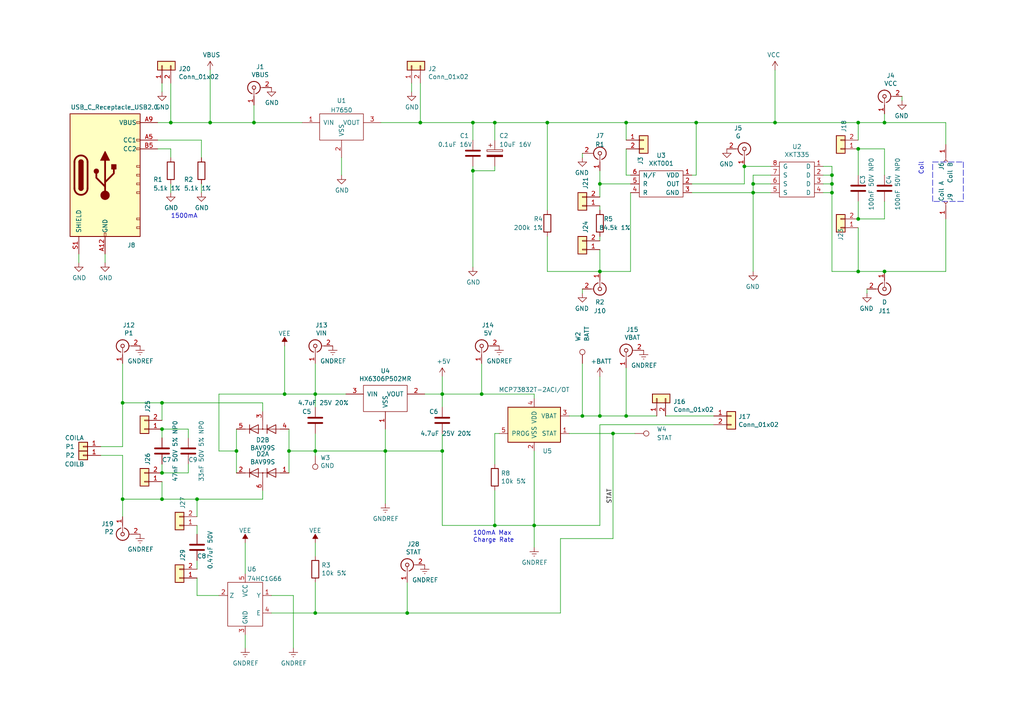
<source format=kicad_sch>
(kicad_sch (version 20211123) (generator eeschema)
  (paper "A4")
  (lib_symbols
    (symbol "Connector:Conn_01x01_Female" (pin_names (offset 1.016) hide)
      (property "Reference" "J" (at 0 2.54 0))
      (property "Value" "Conn_01x01_Female" (at 0 -2.54 0))
      (symbol "Conn_01x01_Female_1_1"
        (pin passive line (at -5.08 0 0) (length 3.81) (name "Pin_1") (number "1"))
      )
    )
    (symbol "Connector:Conn_Coaxial" (pin_names (offset 1.016) hide)
      (property "Reference" "J" (at 0.254 3.048 0))
      (property "Value" "Conn_Coaxial" (at 2.921 0 90))
      (symbol "Conn_Coaxial_1_1"
        (pin passive line (at -5.08 0 0) (length 2.54) (name "In") (number "1"))
        (pin passive line (at 0 -5.08 90) (length 2.54) (name "Ext") (number "2"))
      )
    )
    (symbol "Connector_Generic:Conn_01x01" (pin_names (offset 1.016) hide)
      (property "Reference" "J" (at 0 2.54 0))
      (property "Value" "Conn_01x01" (at 0 -2.54 0))
      (symbol "Conn_01x01_1_1"
        (pin passive line (at -5.08 0 0) (length 3.81) (name "Pin_1") (number "1"))
      )
    )
    (symbol "Connector_Generic:Conn_01x02" (pin_names (offset 1.016) hide)
      (property "Reference" "J" (at 0 2.54 0))
      (property "Value" "Conn_01x02" (at 0 -5.08 0))
      (symbol "Conn_01x02_1_1"
        (pin passive line (at -5.08 0 0) (length 3.81) (name "Pin_1") (number "1"))
        (pin passive line (at -5.08 -2.54 0) (length 3.81) (name "Pin_2") (number "2"))
      )
    )
    (symbol "Device:C" (pin_numbers hide) (pin_names (offset 0.254))
      (property "Reference" "C" (at 0.635 2.54 0))
      (property "Value" "C" (at 0.635 -2.54 0))
      (symbol "C_1_1"
        (pin passive line (at 0 3.81 270) (length 2.794) (name "~") (number "1"))
        (pin passive line (at 0 -3.81 90) (length 2.794) (name "~") (number "2"))
      )
    )
    (symbol "Device:CP" (pin_numbers hide) (pin_names (offset 0.254))
      (property "Reference" "C" (at 0.635 2.54 0))
      (property "Value" "Device_CP" (at 0.635 -2.54 0))
      (symbol "CP_1_1"
        (pin passive line (at 0 3.81 270) (length 2.794) (name "~") (number "1"))
        (pin passive line (at 0 -3.81 90) (length 2.794) (name "~") (number "2"))
      )
    )
    (symbol "Device:R" (pin_numbers hide) (pin_names (offset 0))
      (property "Reference" "R" (at 2.032 0 90))
      (property "Value" "R" (at 0 0 90))
      (symbol "R_1_1"
        (pin passive line (at 0 3.81 270) (length 1.27) (name "~") (number "1"))
        (pin passive line (at 0 -3.81 90) (length 1.27) (name "~") (number "2"))
      )
    )
    (symbol "Pixels-dice:74HC1G66"
      (property "Reference" "U" (at -3.81 -7.62 0))
      (property "Value" "74HC1G66" (at 6.35 -7.62 0))
      (symbol "74HC1G66_1_1"
        (pin bidirectional line (at -7.62 2.54 0) (length 2.54) (name "Y") (number "1"))
        (pin bidirectional line (at 7.62 2.54 180) (length 2.54) (name "Z") (number "2"))
        (pin power_in line (at 0 -8.89 90) (length 2.54) (name "GND") (number "3"))
        (pin input line (at -7.62 -2.54 0) (length 2.54) (name "E") (number "4"))
        (pin power_in line (at 0 8.89 270) (length 2.54) (name "VCC") (number "5"))
      )
    )
    (symbol "Pixels-dice:BAV99S-diode" (pin_names (offset 0.0254) hide)
      (property "Reference" "D" (at 0 2.54 0))
      (property "Value" "BAV99S-diode" (at 0 5.08 0))
      (symbol "BAV99S-diode_1_1"
        (pin passive line (at -7.62 0 0) (length 2.54) (name "A1") (number "1"))
        (pin passive line (at 7.62 0 180) (length 2.54) (name "K2") (number "2"))
        (pin passive line (at 0 -5.08 90) (length 2.54) (name "K3A4") (number "6"))
      )
      (symbol "BAV99S-diode_2_1"
        (pin passive line (at 0 -5.08 90) (length 2.54) (name "K1A2") (number "3"))
        (pin passive line (at -7.62 0 0) (length 2.54) (name "A3") (number "4"))
        (pin passive line (at 7.62 0 180) (length 2.54) (name "K4") (number "5"))
      )
    )
    (symbol "Pixels-dice:H7650" (pin_names (offset 1.016))
      (property "Reference" "U" (at 3.81 -6.35 0))
      (property "Value" "H7650" (at 0 3.81 0))
      (symbol "H7650_1_1"
        (pin power_in line (at -11.43 0 0) (length 5.08) (name "VIN") (number "1"))
        (pin power_in line (at 0 -10.16 90) (length 5.08) (name "VSS") (number "2"))
        (pin power_out line (at 11.43 0 180) (length 5.08) (name "VOUT") (number "3"))
      )
    )
    (symbol "Pixels-dice:HX6306P502MR" (pin_names (offset 1.016))
      (property "Reference" "U" (at 3.81 -6.35 0))
      (property "Value" "HX6306P502MR" (at 0 3.81 0))
      (symbol "HX6306P502MR_1_1"
        (pin power_in line (at 0 -10.16 90) (length 5.08) (name "VSS") (number "1"))
        (pin power_out line (at 11.43 0 180) (length 5.08) (name "VOUT") (number "2"))
        (pin power_in line (at -11.43 0 0) (length 5.08) (name "VIN") (number "3"))
      )
    )
    (symbol "Pixels-dice:MCP73831-2-OT-battery_management" (pin_names (offset 1.016))
      (property "Reference" "U" (at -7.62 6.35 0))
      (property "Value" "MCP73831-2-OT-battery_management" (at 1.27 6.35 0))
      (symbol "MCP73831-2-OT-battery_management_1_1"
        (pin output line (at 10.16 -2.54 180) (length 2.54) (name "STAT") (number "1"))
        (pin power_in line (at 0 -7.62 90) (length 2.54) (name "VSS") (number "2"))
        (pin power_out line (at 10.16 2.54 180) (length 2.54) (name "VBAT") (number "3"))
        (pin power_in line (at 0 7.62 270) (length 2.54) (name "VDD") (number "4"))
        (pin input line (at -10.16 -2.54 0) (length 2.54) (name "PROG") (number "5"))
      )
    )
    (symbol "Pixels-dice:TEST_1P-conn" (pin_numbers hide) (pin_names (offset 0.762) hide)
      (property "Reference" "W" (at 0 6.858 0))
      (property "Value" "TEST_1P-conn" (at 0 5.08 0))
      (symbol "TEST_1P-conn_1_1"
        (pin passive line (at 0 0 90) (length 2.54) (name "1") (number "1"))
      )
    )
    (symbol "Pixels-dice:USB_C_Receptacle_USB2.0" (pin_names (offset 1.016))
      (property "Reference" "J" (at -10.16 19.05 0))
      (property "Value" "USB_C_Receptacle_USB2.0" (at 19.05 19.05 0))
      (symbol "USB_C_Receptacle_USB2.0_1_1"
        (pin passive line (at 0 -22.86 90) (length 5.08) (name "GND") (number "A12"))
        (pin bidirectional line (at 15.24 10.16 180) (length 5.08) (name "CC1") (number "A5"))
        (pin passive line (at 15.24 15.24 180) (length 5.08) (name "VBUS") (number "A9"))
        (pin passive line (at 0 -22.86 90) (length 5.08) hide (name "GND") (number "B12"))
        (pin bidirectional line (at 15.24 7.62 180) (length 5.08) (name "CC2") (number "B5"))
        (pin passive line (at 15.24 15.24 180) (length 5.08) hide (name "VBUS") (number "B9"))
        (pin passive line (at -7.62 -22.86 90) (length 5.08) (name "SHIELD") (number "S1"))
      )
    )
    (symbol "Pixels-dice:XKT001" (pin_names (offset 1.016))
      (property "Reference" "U" (at 0 5.08 0))
      (property "Value" "XKT001" (at 0 -5.08 0))
      (symbol "XKT001_1_1"
        (pin power_in line (at -8.89 2.54 0) (length 2.54) (name "VDD") (number "1"))
        (pin output line (at -8.89 0 0) (length 2.54) (name "OUT") (number "2"))
        (pin power_in line (at -8.89 -2.54 0) (length 2.54) (name "GND") (number "3"))
        (pin passive line (at 8.89 -2.54 180) (length 2.54) (name "R") (number "4"))
        (pin passive line (at 8.89 0 180) (length 2.54) (name "R") (number "5"))
        (pin input line (at 8.89 2.54 180) (length 2.54) (name "N/F") (number "6"))
      )
    )
    (symbol "Pixels-dice:XKT335" (pin_names (offset 1.016))
      (property "Reference" "U" (at 0 6.35 0))
      (property "Value" "XKT335" (at 0 -6.35 0))
      (symbol "XKT335_1_1"
        (pin input line (at -7.62 3.81 0) (length 2.54) (name "D") (number "1"))
        (pin input line (at -7.62 1.27 0) (length 2.54) (name "D") (number "2"))
        (pin input line (at -7.62 -1.27 0) (length 2.54) (name "D") (number "3"))
        (pin input line (at -7.62 -3.81 0) (length 2.54) (name "D") (number "4"))
        (pin input line (at 7.62 -3.81 180) (length 2.54) (name "S") (number "5"))
        (pin input line (at 7.62 -1.27 180) (length 2.54) (name "S") (number "6"))
        (pin input line (at 7.62 1.27 180) (length 2.54) (name "S") (number "7"))
        (pin input line (at 7.62 3.81 180) (length 2.54) (name "G") (number "8"))
      )
    )
    (symbol "power:+5V" (power) (pin_names (offset 0))
      (property "Value" "+5V" (at 0 3.556 0))
      (symbol "+5V_1_1"
        (pin power_in line (at 0 0 90) (length 0) hide (name "+5V") (number "1"))
      )
    )
    (symbol "power:+BATT" (power) (pin_names (offset 0))
      (property "Value" "+BATT" (at 0 3.556 0))
      (symbol "+BATT_1_1"
        (pin power_in line (at 0 0 90) (length 0) hide (name "+BATT") (number "1"))
      )
    )
    (symbol "power:GND" (power) (pin_names (offset 0))
      (property "Value" "GND" (at 0 -3.81 0))
      (symbol "GND_1_1"
        (pin power_in line (at 0 0 270) (length 0) hide (name "GND") (number "1"))
      )
    )
    (symbol "power:GNDREF" (power) (pin_names (offset 0))
      (property "Value" "GNDREF" (at 0 -3.81 0))
      (symbol "GNDREF_1_1"
        (pin power_in line (at 0 0 270) (length 0) hide (name "GNDREF") (number "1"))
      )
    )
    (symbol "power:VBUS" (power) (pin_names (offset 0))
      (property "Value" "VBUS" (at 0 3.81 0))
      (symbol "VBUS_1_1"
        (pin power_in line (at 0 0 90) (length 0) hide (name "VBUS") (number "1"))
      )
    )
    (symbol "power:VCC" (power) (pin_names (offset 0))
      (property "Value" "VCC" (at 0 3.81 0))
      (symbol "VCC_1_1"
        (pin power_in line (at 0 0 90) (length 0) hide (name "VCC") (number "1"))
      )
    )
    (symbol "power:VEE" (power) (pin_names (offset 0))
      (property "Value" "VEE" (at 0 3.81 0))
      (symbol "VEE_1_1"
        (pin power_in line (at 0 0 90) (length 0) hide (name "VEE") (number "1"))
      )
    )
  )
  (junction (at 35.56 116.84))
  (junction (at 241.3 50.8))
  (junction (at 91.44 130.81))
  (junction (at 224.79 35.56))
  (junction (at 181.61 35.56))
  (junction (at 46.99 124.46))
  (junction (at 46.99 116.84))
  (junction (at 173.99 78.74))
  (junction (at 241.3 55.88))
  (junction (at 154.94 152.4))
  (junction (at 173.99 120.65))
  (junction (at 241.3 53.34))
  (junction (at 201.93 35.56))
  (junction (at 46.99 144.78))
  (junction (at 60.96 35.56))
  (junction (at 46.99 137.16))
  (junction (at 143.51 35.56))
  (junction (at 57.15 144.78))
  (junction (at 256.54 78.74))
  (junction (at 256.54 35.56))
  (junction (at 121.92 35.56))
  (junction (at 137.16 35.56))
  (junction (at 91.44 177.8))
  (junction (at 248.92 35.56))
  (junction (at 248.92 63.5))
  (junction (at 73.66 35.56))
  (junction (at 218.44 53.34))
  (junction (at 248.92 43.18))
  (junction (at 215.9 48.26))
  (junction (at 181.61 120.65))
  (junction (at 49.53 35.56))
  (junction (at 173.99 53.34))
  (junction (at 137.16 49.53))
  (junction (at 82.55 114.3))
  (junction (at 218.44 55.88))
  (junction (at 35.56 144.78))
  (junction (at 68.58 130.81))
  (junction (at 168.91 120.65))
  (junction (at 139.7 114.3))
  (junction (at 118.11 177.8))
  (junction (at 128.27 114.3))
  (junction (at 91.44 114.3))
  (junction (at 128.27 130.81))
  (junction (at 177.8 125.73))
  (junction (at 248.92 78.74))
  (junction (at 83.82 130.81))
  (junction (at 143.51 152.4))
  (junction (at 111.76 130.81))
  (junction (at 158.75 35.56))
  (wire (pts (xy 182.88 78.74) (xy 173.99 78.74)))
  (wire (pts (xy 181.61 50.8) (xy 181.61 43.18)))
  (wire (pts (xy 46.99 116.84) (xy 76.2 116.84)))
  (wire (pts (xy 46.99 137.16) (xy 54.61 137.16)))
  (polyline (pts (xy 279.4 46.99) (xy 279.4 58.42)))
  (wire (pts (xy 128.27 114.3) (xy 139.7 114.3)))
  (wire (pts (xy 46.99 124.46) (xy 54.61 124.46)))
  (wire (pts (xy 54.61 124.46) (xy 54.61 127)))
  (wire (pts (xy 168.91 83.82) (xy 168.91 85.09)))
  (wire (pts (xy 158.75 60.96) (xy 158.75 35.56)))
  (wire (pts (xy 91.44 132.08) (xy 91.44 130.81)))
  (wire (pts (xy 241.3 50.8) (xy 241.3 53.34)))
  (wire (pts (xy 241.3 48.26) (xy 241.3 50.8)))
  (wire (pts (xy 143.51 152.4) (xy 154.94 152.4)))
  (wire (pts (xy 82.55 100.33) (xy 82.55 114.3)))
  (wire (pts (xy 99.06 45.72) (xy 99.06 50.8)))
  (wire (pts (xy 46.99 24.13) (xy 46.99 26.67)))
  (wire (pts (xy 154.94 152.4) (xy 173.99 152.4)))
  (wire (pts (xy 181.61 120.65) (xy 173.99 120.65)))
  (wire (pts (xy 58.42 53.34) (xy 58.42 55.88)))
  (wire (pts (xy 177.8 156.21) (xy 162.56 156.21)))
  (wire (pts (xy 54.61 137.16) (xy 54.61 134.62)))
  (wire (pts (xy 49.53 43.18) (xy 49.53 45.72)))
  (wire (pts (xy 137.16 49.53) (xy 137.16 77.47)))
  (wire (pts (xy 45.72 35.56) (xy 49.53 35.56)))
  (wire (pts (xy 201.93 35.56) (xy 181.61 35.56)))
  (wire (pts (xy 45.72 43.18) (xy 49.53 43.18)))
  (wire (pts (xy 128.27 152.4) (xy 143.51 152.4)))
  (wire (pts (xy 91.44 130.81) (xy 111.76 130.81)))
  (wire (pts (xy 223.52 53.34) (xy 218.44 53.34)))
  (wire (pts (xy 238.76 48.26) (xy 241.3 48.26)))
  (wire (pts (xy 251.46 83.82) (xy 251.46 85.09)))
  (wire (pts (xy 173.99 57.15) (xy 173.99 53.34)))
  (wire (pts (xy 168.91 44.45) (xy 168.91 45.72)))
  (wire (pts (xy 162.56 156.21) (xy 162.56 177.8)))
  (wire (pts (xy 144.78 125.73) (xy 143.51 125.73)))
  (wire (pts (xy 91.44 157.48) (xy 91.44 161.29)))
  (wire (pts (xy 224.79 20.32) (xy 224.79 35.56)))
  (wire (pts (xy 241.3 55.88) (xy 241.3 78.74)))
  (wire (pts (xy 46.99 127) (xy 46.99 124.46)))
  (wire (pts (xy 45.72 40.64) (xy 58.42 40.64)))
  (wire (pts (xy 143.51 142.24) (xy 143.51 152.4)))
  (wire (pts (xy 91.44 177.8) (xy 118.11 177.8)))
  (wire (pts (xy 218.44 55.88) (xy 218.44 78.74)))
  (wire (pts (xy 177.8 156.21) (xy 177.8 125.73)))
  (wire (pts (xy 215.9 53.34) (xy 215.9 48.26)))
  (wire (pts (xy 58.42 40.64) (xy 58.42 45.72)))
  (wire (pts (xy 248.92 50.8) (xy 248.92 43.18)))
  (wire (pts (xy 110.49 35.56) (xy 121.92 35.56)))
  (wire (pts (xy 143.51 35.56) (xy 158.75 35.56)))
  (wire (pts (xy 168.91 120.65) (xy 173.99 120.65)))
  (wire (pts (xy 111.76 130.81) (xy 128.27 130.81)))
  (wire (pts (xy 123.19 114.3) (xy 128.27 114.3)))
  (wire (pts (xy 173.99 68.58) (xy 173.99 69.85)))
  (wire (pts (xy 57.15 172.72) (xy 63.5 172.72)))
  (wire (pts (xy 121.92 35.56) (xy 137.16 35.56)))
  (wire (pts (xy 241.3 78.74) (xy 248.92 78.74)))
  (wire (pts (xy 173.99 123.19) (xy 173.99 152.4)))
  (wire (pts (xy 215.9 48.26) (xy 223.52 48.26)))
  (wire (pts (xy 241.3 55.88) (xy 238.76 55.88)))
  (wire (pts (xy 111.76 130.81) (xy 111.76 146.05)))
  (wire (pts (xy 158.75 35.56) (xy 181.61 35.56)))
  (wire (pts (xy 218.44 53.34) (xy 218.44 55.88)))
  (wire (pts (xy 207.01 123.19) (xy 173.99 123.19)))
  (wire (pts (xy 139.7 114.3) (xy 154.94 114.3)))
  (wire (pts (xy 68.58 130.81) (xy 68.58 137.16)))
  (wire (pts (xy 137.16 40.64) (xy 137.16 35.56)))
  (wire (pts (xy 35.56 116.84) (xy 46.99 116.84)))
  (wire (pts (xy 128.27 114.3) (xy 128.27 118.11)))
  (wire (pts (xy 35.56 129.54) (xy 29.21 129.54)))
  (wire (pts (xy 181.61 40.64) (xy 181.61 35.56)))
  (wire (pts (xy 85.09 172.72) (xy 85.09 187.96)))
  (wire (pts (xy 76.2 144.78) (xy 57.15 144.78)))
  (wire (pts (xy 49.53 24.13) (xy 49.53 35.56)))
  (polyline (pts (xy 270.51 46.99) (xy 279.4 46.99)))
  (wire (pts (xy 71.12 184.15) (xy 71.12 187.96)))
  (wire (pts (xy 35.56 132.08) (xy 29.21 132.08)))
  (wire (pts (xy 91.44 130.81) (xy 83.82 130.81)))
  (wire (pts (xy 63.5 130.81) (xy 63.5 114.3)))
  (wire (pts (xy 158.75 78.74) (xy 173.99 78.74)))
  (wire (pts (xy 181.61 106.68) (xy 181.61 120.65)))
  (wire (pts (xy 168.91 105.41) (xy 168.91 120.65)))
  (wire (pts (xy 274.32 35.56) (xy 256.54 35.56)))
  (wire (pts (xy 256.54 35.56) (xy 248.92 35.56)))
  (wire (pts (xy 78.74 172.72) (xy 85.09 172.72)))
  (wire (pts (xy 68.58 124.46) (xy 68.58 130.81)))
  (wire (pts (xy 154.94 152.4) (xy 154.94 158.75)))
  (wire (pts (xy 128.27 130.81) (xy 128.27 152.4)))
  (wire (pts (xy 256.54 33.02) (xy 256.54 35.56)))
  (wire (pts (xy 158.75 68.58) (xy 158.75 78.74)))
  (wire (pts (xy 91.44 168.91) (xy 91.44 177.8)))
  (wire (pts (xy 248.92 63.5) (xy 256.54 63.5)))
  (wire (pts (xy 118.11 177.8) (xy 162.56 177.8)))
  (wire (pts (xy 248.92 35.56) (xy 224.79 35.56)))
  (wire (pts (xy 248.92 40.64) (xy 248.92 35.56)))
  (wire (pts (xy 49.53 35.56) (xy 60.96 35.56)))
  (wire (pts (xy 35.56 116.84) (xy 35.56 129.54)))
  (wire (pts (xy 60.96 35.56) (xy 73.66 35.56)))
  (wire (pts (xy 182.88 50.8) (xy 181.61 50.8)))
  (wire (pts (xy 218.44 55.88) (xy 223.52 55.88)))
  (wire (pts (xy 91.44 114.3) (xy 91.44 118.11)))
  (wire (pts (xy 154.94 115.57) (xy 154.94 114.3)))
  (polyline (pts (xy 270.51 58.42) (xy 270.51 46.99)))
  (wire (pts (xy 111.76 124.46) (xy 111.76 130.81)))
  (wire (pts (xy 200.66 53.34) (xy 215.9 53.34)))
  (wire (pts (xy 248.92 43.18) (xy 256.54 43.18)))
  (wire (pts (xy 248.92 78.74) (xy 256.54 78.74)))
  (wire (pts (xy 137.16 48.26) (xy 137.16 49.53)))
  (wire (pts (xy 165.1 120.65) (xy 168.91 120.65)))
  (wire (pts (xy 30.48 73.66) (xy 30.48 76.2)))
  (wire (pts (xy 224.79 35.56) (xy 201.93 35.56)))
  (wire (pts (xy 128.27 109.22) (xy 128.27 114.3)))
  (wire (pts (xy 173.99 109.22) (xy 173.99 120.65)))
  (wire (pts (xy 238.76 50.8) (xy 241.3 50.8)))
  (wire (pts (xy 119.38 24.13) (xy 119.38 26.67)))
  (wire (pts (xy 57.15 162.56) (xy 57.15 165.1)))
  (wire (pts (xy 143.51 125.73) (xy 143.51 134.62)))
  (wire (pts (xy 218.44 55.88) (xy 200.66 55.88)))
  (wire (pts (xy 182.88 55.88) (xy 182.88 78.74)))
  (wire (pts (xy 91.44 125.73) (xy 91.44 130.81)))
  (wire (pts (xy 256.54 50.8) (xy 256.54 43.18)))
  (wire (pts (xy 46.99 144.78) (xy 57.15 144.78)))
  (wire (pts (xy 83.82 124.46) (xy 83.82 130.81)))
  (wire (pts (xy 256.54 78.74) (xy 274.32 78.74)))
  (wire (pts (xy 35.56 105.41) (xy 35.56 116.84)))
  (wire (pts (xy 241.3 53.34) (xy 241.3 55.88)))
  (wire (pts (xy 76.2 119.38) (xy 76.2 116.84)))
  (wire (pts (xy 78.74 177.8) (xy 91.44 177.8)))
  (wire (pts (xy 128.27 130.81) (xy 128.27 125.73)))
  (wire (pts (xy 118.11 168.91) (xy 118.11 177.8)))
  (wire (pts (xy 35.56 149.86) (xy 35.56 144.78)))
  (wire (pts (xy 73.66 35.56) (xy 87.63 35.56)))
  (wire (pts (xy 248.92 66.04) (xy 248.92 78.74)))
  (wire (pts (xy 60.96 35.56) (xy 60.96 20.32)))
  (wire (pts (xy 200.66 50.8) (xy 201.93 50.8)))
  (wire (pts (xy 46.99 121.92) (xy 46.99 116.84)))
  (wire (pts (xy 57.15 167.64) (xy 57.15 172.72)))
  (wire (pts (xy 193.04 120.65) (xy 207.01 120.65)))
  (wire (pts (xy 177.8 125.73) (xy 184.15 125.73)))
  (wire (pts (xy 35.56 144.78) (xy 46.99 144.78)))
  (wire (pts (xy 139.7 105.41) (xy 139.7 114.3)))
  (wire (pts (xy 165.1 125.73) (xy 177.8 125.73)))
  (wire (pts (xy 49.53 53.34) (xy 49.53 55.88)))
  (wire (pts (xy 57.15 149.86) (xy 57.15 144.78)))
  (wire (pts (xy 256.54 58.42) (xy 256.54 63.5)))
  (wire (pts (xy 173.99 49.53) (xy 173.99 53.34)))
  (wire (pts (xy 57.15 154.94) (xy 57.15 152.4)))
  (wire (pts (xy 218.44 50.8) (xy 218.44 53.34)))
  (wire (pts (xy 173.99 53.34) (xy 182.88 53.34)))
  (wire (pts (xy 143.51 35.56) (xy 143.51 40.64)))
  (wire (pts (xy 223.52 50.8) (xy 218.44 50.8)))
  (wire (pts (xy 76.2 142.24) (xy 76.2 144.78)))
  (wire (pts (xy 143.51 49.53) (xy 137.16 49.53)))
  (wire (pts (xy 201.93 50.8) (xy 201.93 35.56)))
  (wire (pts (xy 71.12 157.48) (xy 71.12 166.37)))
  (wire (pts (xy 190.5 120.65) (xy 181.61 120.65)))
  (wire (pts (xy 121.92 24.13) (xy 121.92 35.56)))
  (wire (pts (xy 173.99 60.96) (xy 173.99 59.69)))
  (wire (pts (xy 35.56 144.78) (xy 35.56 132.08)))
  (wire (pts (xy 68.58 130.81) (xy 63.5 130.81)))
  (wire (pts (xy 22.86 73.66) (xy 22.86 76.2)))
  (wire (pts (xy 83.82 130.81) (xy 83.82 137.16)))
  (wire (pts (xy 63.5 114.3) (xy 82.55 114.3)))
  (wire (pts (xy 274.32 63.5) (xy 274.32 78.74)))
  (wire (pts (xy 73.66 30.48) (xy 73.66 35.56)))
  (polyline (pts (xy 279.4 58.42) (xy 270.51 58.42)))
  (wire (pts (xy 143.51 48.26) (xy 143.51 49.53)))
  (wire (pts (xy 46.99 134.62) (xy 46.99 137.16)))
  (wire (pts (xy 248.92 58.42) (xy 248.92 63.5)))
  (wire (pts (xy 274.32 41.91) (xy 274.32 35.56)))
  (wire (pts (xy 238.76 53.34) (xy 241.3 53.34)))
  (wire (pts (xy 154.94 130.81) (xy 154.94 152.4)))
  (wire (pts (xy 137.16 35.56) (xy 143.51 35.56)))
  (wire (pts (xy 91.44 105.41) (xy 91.44 114.3)))
  (wire (pts (xy 46.99 139.7) (xy 46.99 144.78)))
  (wire (pts (xy 261.62 27.94) (xy 261.62 29.21)))
  (wire (pts (xy 173.99 72.39) (xy 173.99 78.74)))
  (wire (pts (xy 91.44 114.3) (xy 100.33 114.3)))
  (wire (pts (xy 82.55 114.3) (xy 91.44 114.3)))
  (text "100mA Max\nCharge Rate" (at 137.16 157.48 0) (effects (font (size 1.27 1.27)) (justify left bottom)))
  (text "1500mA" (at 49.53 63.5 0) (effects (font (size 1.27 1.27)) (justify left bottom)))
  (text "Coil" (at 267.97 50.8 90) (effects (font (size 1.27 1.27)) (justify left bottom)))
  (label "STAT" (at 177.8 146.05 90))
  (symbol (lib_id "Pixels-dice:TEST_1P-conn") (at 91.44 132.08 180) (unit 1)
    (property "Reference" "W3" (at 92.9132 132.7658 0) (effects (justify right)))
    (property "Value" "GND" (at 92.9132 135.0772 0) (effects (justify right)))
    (property "Footprint" "TestPoint:TestPoint_Pad_1.0x1.0mm" (effects hide))
  )
  (symbol (lib_id "Connector_Generic:Conn_01x01") (at 24.13 129.54 180) (unit 1)
    (property "Reference" "P1" (at 20.32 129.54 0))
    (property "Value" "COILA" (at 21.59 127 0))
    (property "Footprint" "TestPoint:TestPoint_THTPad_D1.5mm_Drill0.7mm" (effects hide))
  )
  (symbol (lib_id "Connector_Generic:Conn_01x01") (at 24.13 132.08 180) (unit 1)
    (property "Reference" "P2" (at 20.32 132.08 0))
    (property "Value" "COILB" (at 21.59 134.62 0))
    (property "Footprint" "TestPoint:TestPoint_THTPad_D1.5mm_Drill0.7mm" (effects hide))
  )
  (symbol (lib_id "Pixels-dice:BAV99S-diode") (at 76.2 137.16 0) (mirror y) (unit 1)
    (property "Reference" "D2" (at 76.2 131.6736 0))
    (property "Value" "BAV99S" (at 76.2 133.985 0))
    (property "Footprint" "Package_TO_SOT_SMD:SOT-363_SC-70-6" (effects hide))
    (property "Datasheet" "https://assets.nexperia.com/documents/data-sheet/BAV99_SER.pdf" (effects hide))
    (property "Generic OK" "YES" (effects hide))
    (property "Manufacturer" "Infineon" (effects hide))
    (property "Pixels Part Number" "SMD-D001" (effects hide))
    (property "LCSC Part Number" "C68987" (effects hide))
    (property "Part Number" "BAV99SH6327XTSA1" (effects hide))
  )
  (symbol (lib_id "Pixels-dice:BAV99S-diode") (at 76.2 124.46 180) (unit 2)
    (property "Reference" "D2" (at 76.2 127.6096 0))
    (property "Value" "BAV99S" (at 76.2 129.921 0))
    (property "Footprint" "Package_TO_SOT_SMD:SOT-363_SC-70-6" (effects hide))
    (property "Datasheet" "https://assets.nexperia.com/documents/data-sheet/BAV99_SER.pdf" (effects hide))
    (property "Generic OK" "YES" (effects hide))
    (property "Manufacturer" "Infineon" (effects hide))
    (property "Pixels Part Number" "SMD-D001" (effects hide))
    (property "LCSC Part Number" "C68987" (effects hide))
    (property "Part Number" "BAV99SH6327XTSA1" (effects hide))
  )
  (symbol (lib_id "Device:C") (at 91.44 121.92 0) (unit 1)
    (property "Reference" "C5" (at 87.63 119.38 0) (effects (justify left)))
    (property "Value" "4.7uF 25V 20%" (at 86.36 116.84 0) (effects (justify left)))
    (property "Footprint" "Capacitor_SMD:C_0805_2012Metric" (effects hide))
    (property "Generic OK" "YES" (effects hide))
    (property "Manufacturer" "Samsung Electro-Mechanics" (effects hide))
    (property "LCSC Part Number" "C1779" (effects hide))
    (property "Part Number" "CL21A475KAQNNNE" (effects hide))
  )
  (symbol (lib_id "power:+5V") (at 128.27 109.22 0) (unit 1)
    (property "Reference" "#PWR025" (effects hide))
    (property "Value" "+5V" (at 128.651 104.8258 0))
  )
  (symbol (lib_id "Pixels-dice:MCP73831-2-OT-battery_management") (at 154.94 123.19 0) (unit 1)
    (property "Reference" "U5" (at 158.75 130.81 0))
    (property "Value" "MCP73832T-2ACI/OT" (at 154.94 113.03 0))
    (property "Footprint" "Package_TO_SOT_SMD:SOT-23-5" (effects hide))
    (property "Datasheet" "http://ww1.microchip.com/downloads/en/DeviceDoc/20001984g.pdf" (effects hide))
    (property "Generic OK" "NO" (effects hide))
    (property "Manufacturer" "Microchip" (effects hide))
    (property "Pixels Part Number" "SMD-U005" (effects hide))
    (property "LCSC Part Number" "C38066" (effects hide))
    (property "Part Number" "MCP73832T-2ACI/OT" (effects hide))
  )
  (symbol (lib_id "Device:R") (at 143.51 138.43 0) (unit 1)
    (property "Reference" "R8" (at 145.288 137.2616 0) (effects (justify left)))
    (property "Value" "10k 5%" (at 145.288 139.573 0) (effects (justify left)))
    (property "Footprint" "Resistor_SMD:R_0603_1608Metric" (effects hide))
    (property "Generic OK" "YES" (effects hide))
    (property "Pixels Part Number" "SMD-R002" (effects hide))
    (property "Manufacturer" "UNI-ROYAL(Uniroyal Elec)" (effects hide))
    (property "LCSC Part Number" "C25804" (effects hide))
    (property "Part Number" "0603WAF1002T5E" (effects hide))
  )
  (symbol (lib_id "power:+BATT") (at 173.99 109.22 0) (unit 1)
    (property "Reference" "#PWR026" (effects hide))
    (property "Value" "+BATT" (at 174.371 104.8258 0))
  )
  (symbol (lib_id "Pixels-dice:TEST_1P-conn") (at 184.15 125.73 270) (unit 1)
    (property "Reference" "W4" (at 190.5 124.46 90) (effects (justify left)))
    (property "Value" "STAT" (at 190.5 127 90) (effects (justify left)))
    (property "Footprint" "TestPoint:TestPoint_Pad_1.0x1.0mm" (effects hide))
  )
  (symbol (lib_id "Pixels-dice:USB_C_Receptacle_USB2.0") (at 30.48 50.8 0) (unit 1)
    (property "Reference" "J8" (at 38.1 71.12 0))
    (property "Value" "USB_C_Receptacle_USB2.0" (at 33.1978 31.0896 0))
    (property "Footprint" "Pixels-dice:USB-C-SMD_10P-P1.00-L6.8-W8.9" (effects hide))
    (property "Datasheet" "https://www.usb.org/sites/default/files/documents/usb_type-c.zip" (effects hide))
    (property "LCSC Part Number" "C283540" (effects hide))
    (property "Part Number" "TYPE-C-31-M-17" (effects hide))
    (property "Manufacturer" "Korean Hroparts Elec" (effects hide))
  )
  (symbol (lib_id "Device:C") (at 256.54 54.61 0) (mirror x) (unit 1)
    (property "Reference" "C4" (at 257.81 50.8 90) (effects (justify left)))
    (property "Value" "100nF 50V NP0" (at 260.35 45.72 90) (effects (justify left)))
    (property "Footprint" "Capacitor_SMD:C_1206_3216Metric" (effects hide))
    (property "LCSC Part Number" "C170182" (effects hide))
    (property "Part Number" "1206N104J500CT" (effects hide))
    (property "Manufacturer" "Walsin Tech Corp" (effects hide))
  )
  (symbol (lib_id "Device:R") (at 58.42 49.53 180) (unit 1)
    (property "Reference" "R2" (at 53.34 52.07 0) (effects (justify right)))
    (property "Value" "5.1k 1%" (at 53.34 54.61 0) (effects (justify right)))
    (property "Footprint" "Resistor_SMD:R_0402_1005Metric" (effects hide))
    (property "LCSC Part Number" "C25905" (effects hide))
    (property "Part Number" "0402WGF5101TCE" (effects hide))
    (property "Manufacturer" "UNI-ROYAL(Uniroyal Elec)" (effects hide))
  )
  (symbol (lib_id "power:GND") (at 22.86 76.2 0) (unit 1)
    (property "Reference" "#PWR013" (effects hide))
    (property "Value" "GND" (at 22.987 80.5942 0))
  )
  (symbol (lib_id "power:GND") (at 30.48 76.2 0) (unit 1)
    (property "Reference" "#PWR014" (effects hide))
    (property "Value" "GND" (at 30.607 80.5942 0))
  )
  (symbol (lib_id "power:GND") (at 49.53 55.88 0) (unit 1)
    (property "Reference" "#PWR010" (effects hide))
    (property "Value" "GND" (at 49.657 60.2742 0))
  )
  (symbol (lib_id "Device:CP") (at 143.51 44.45 0) (unit 1)
    (property "Reference" "C2" (at 144.78 39.37 0) (effects (justify left)))
    (property "Value" "10uF 16V" (at 144.78 41.91 0) (effects (justify left)))
    (property "Footprint" "Capacitor_SMD:C_0805_2012Metric" (effects hide))
    (property "LCSC Part Number" "C1713" (effects hide))
    (property "Part Number" "CL21A106KOQNNNE" (effects hide))
    (property "Manufacturer" "Samsung Electro-Mechanics" (effects hide))
  )
  (symbol (lib_id "Device:C") (at 137.16 44.45 0) (unit 1)
    (property "Reference" "C1" (at 133.35 39.37 0) (effects (justify left)))
    (property "Value" "0.1uF 16V" (at 127 41.91 0) (effects (justify left)))
    (property "Footprint" "Capacitor_SMD:C_0603_1608Metric" (effects hide))
    (property "LCSC Part Number" "C66501" (effects hide))
    (property "Part Number" "CL10B104KO8NNNC" (effects hide))
    (property "Manufacturer" "Samsung Electro-Mechanics" (effects hide))
  )
  (symbol (lib_id "power:GND") (at 137.16 77.47 0) (unit 1)
    (property "Reference" "#PWR018" (effects hide))
    (property "Value" "GND" (at 137.287 81.8642 0))
  )
  (symbol (lib_id "Connector:Conn_01x01_Female") (at 274.32 58.42 270) (mirror x) (unit 1)
    (property "Reference" "J9" (at 275.59 58.42 0) (effects (justify left)))
    (property "Value" "Coil A" (at 273.05 58.42 0) (effects (justify left)))
    (property "Footprint" "TestPoint:TestPoint_THTPad_D2.0mm_Drill1.0mm" (effects hide))
  )
  (symbol (lib_id "Connector:Conn_01x01_Female") (at 274.32 46.99 90) (mirror x) (unit 1)
    (property "Reference" "J6" (at 273.05 46.99 0) (effects (justify left)))
    (property "Value" "Coil B" (at 275.59 46.99 0) (effects (justify left)))
    (property "Footprint" "TestPoint:TestPoint_THTPad_D2.0mm_Drill1.0mm" (effects hide))
  )
  (symbol (lib_id "Pixels-dice:HX6306P502MR") (at 111.76 114.3 0) (unit 1)
    (property "Reference" "U4" (at 111.76 107.569 0))
    (property "Value" "HX6306P502MR" (at 111.76 109.8804 0))
    (property "Footprint" "Pixels-dice:SOT-23" (effects hide))
    (property "Manufacturer" "PJSEMI" (effects hide))
    (property "Pixels Part Number" "SMD-U003-ALT10" (effects hide))
    (property "Generic OK" "NO" (effects hide))
    (property "LCSC Part Number" "C411735" (effects hide))
    (property "Part Number" "PJ75AL50SA" (effects hide))
  )
  (symbol (lib_id "Connector_Generic:Conn_01x02") (at 212.09 120.65 0) (unit 1)
    (property "Reference" "J17" (at 214.122 120.8532 0) (effects (justify left)))
    (property "Value" "Conn_01x02" (at 214.122 123.1646 0) (effects (justify left)))
    (property "Footprint" "Pixels-dice:Hongjie 10100 Connector" (effects hide))
  )
  (symbol (lib_id "Connector_Generic:Conn_01x02") (at 190.5 115.57 90) (unit 1)
    (property "Reference" "J16" (at 195.2752 116.4844 90) (effects (justify right)))
    (property "Value" "Conn_01x02" (at 195.2752 118.7958 90) (effects (justify right)))
    (property "Footprint" "Connector_PinHeader_2.54mm:PinHeader_1x02_P2.54mm_Vertical_SMD_Pin1Right" (effects hide))
    (property "LCSC Part Number" "C2883799" (effects hide))
    (property "Manufacturer" "XKB Connectivity" (effects hide))
    (property "Part Number" "X6511WVS-02H-C60D48R1" (effects hide))
  )
  (symbol (lib_id "Pixels-dice:TEST_1P-conn") (at 168.91 105.41 0) (unit 1)
    (property "Reference" "W2" (at 167.64 99.06 90) (effects (justify left)))
    (property "Value" "BATT" (at 170.18 99.06 90) (effects (justify left)))
    (property "Footprint" "TestPoint:TestPoint_Pad_1.0x1.0mm" (effects hide))
  )
  (symbol (lib_id "Connector:Conn_Coaxial") (at 256.54 83.82 270) (unit 1)
    (property "Reference" "J11" (at 256.54 90.17 90))
    (property "Value" "D" (at 256.54 87.63 90))
    (property "Footprint" "Pixels-dice:U.FL-R-SMT-1(80)" (effects hide))
    (property "Datasheet" " ~" (effects hide))
    (property "LCSC Part Number" "C88374" (effects hide))
    (property "Manufacturer" "Hirose" (effects hide))
    (property "Part Number" "U.FL-R-SMT-1(80)" (effects hide))
  )
  (symbol (lib_id "power:GND") (at 251.46 85.09 0) (mirror y) (unit 1)
    (property "Reference" "#PWR020" (effects hide))
    (property "Value" "GND" (at 251.333 89.4842 0))
  )
  (symbol (lib_id "power:GNDREF") (at 111.76 146.05 0) (unit 1)
    (property "Reference" "#PWR030" (effects hide))
    (property "Value" "GNDREF" (at 111.887 150.4442 0))
  )
  (symbol (lib_id "power:GNDREF") (at 154.94 158.75 0) (unit 1)
    (property "Reference" "#PWR031" (effects hide))
    (property "Value" "GNDREF" (at 155.067 163.1442 0))
  )
  (symbol (lib_id "Connector:Conn_Coaxial") (at 91.44 100.33 90) (unit 1)
    (property "Reference" "J13" (at 93.2434 94.3102 90))
    (property "Value" "VIN" (at 93.2434 96.6216 90))
    (property "Footprint" "Pixels-dice:U.FL-R-SMT-1(80)" (effects hide))
    (property "Datasheet" " ~" (effects hide))
    (property "LCSC Part Number" "C88374" (effects hide))
    (property "Manufacturer" "Hirose" (effects hide))
    (property "Part Number" "U.FL-R-SMT-1(80)" (effects hide))
  )
  (symbol (lib_id "Connector:Conn_Coaxial") (at 139.7 100.33 90) (unit 1)
    (property "Reference" "J14" (at 141.5034 94.3102 90))
    (property "Value" "5V" (at 141.5034 96.6216 90))
    (property "Footprint" "Pixels-dice:U.FL-R-SMT-1(80)" (effects hide))
    (property "Datasheet" " ~" (effects hide))
    (property "LCSC Part Number" "C88374" (effects hide))
    (property "Manufacturer" "Hirose" (effects hide))
    (property "Part Number" "U.FL-R-SMT-1(80)" (effects hide))
  )
  (symbol (lib_id "Connector:Conn_Coaxial") (at 35.56 100.33 90) (unit 1)
    (property "Reference" "J12" (at 37.3634 94.3102 90))
    (property "Value" "P1" (at 37.3634 96.6216 90))
    (property "Footprint" "Pixels-dice:U.FL-R-SMT-1(80)" (effects hide))
    (property "Datasheet" " ~" (effects hide))
    (property "LCSC Part Number" "C88374" (effects hide))
    (property "Manufacturer" "Hirose" (effects hide))
    (property "Part Number" "U.FL-R-SMT-1(80)" (effects hide))
  )
  (symbol (lib_id "Connector:Conn_Coaxial") (at 35.56 154.94 90) (mirror x) (unit 1)
    (property "Reference" "J19" (at 32.9946 151.9428 90) (effects (justify left)))
    (property "Value" "P2" (at 32.9946 154.2542 90) (effects (justify left)))
    (property "Footprint" "Pixels-dice:U.FL-R-SMT-1(80)" (effects hide))
    (property "Datasheet" " ~" (effects hide))
    (property "LCSC Part Number" "C88374" (effects hide))
    (property "Manufacturer" "Hirose" (effects hide))
    (property "Part Number" "U.FL-R-SMT-1(80)" (effects hide))
  )
  (symbol (lib_id "power:GNDREF") (at 40.64 154.94 0) (unit 1)
    (property "Reference" "#PWR032" (effects hide))
    (property "Value" "GNDREF" (at 40.767 159.3342 0))
  )
  (symbol (lib_id "power:GNDREF") (at 40.64 100.33 0) (unit 1)
    (property "Reference" "#PWR021" (effects hide))
    (property "Value" "GNDREF" (at 40.767 104.7242 0))
  )
  (symbol (lib_id "power:GNDREF") (at 96.52 100.33 0) (unit 1)
    (property "Reference" "#PWR022" (effects hide))
    (property "Value" "GNDREF" (at 96.647 104.7242 0))
  )
  (symbol (lib_id "power:GNDREF") (at 144.78 100.33 0) (unit 1)
    (property "Reference" "#PWR023" (effects hide))
    (property "Value" "GNDREF" (at 144.907 104.7242 0))
  )
  (symbol (lib_id "Connector:Conn_Coaxial") (at 215.9 43.18 270) (mirror x) (unit 1)
    (property "Reference" "J5" (at 214.0966 37.1602 90))
    (property "Value" "G" (at 214.0966 39.4716 90))
    (property "Footprint" "Pixels-dice:U.FL-R-SMT-1(80)" (effects hide))
    (property "Datasheet" " ~" (effects hide))
    (property "LCSC Part Number" "C88374" (effects hide))
    (property "Manufacturer" "Hirose" (effects hide))
    (property "Part Number" "U.FL-R-SMT-1(80)" (effects hide))
  )
  (symbol (lib_id "power:GND") (at 210.82 43.18 0) (mirror y) (unit 1)
    (property "Reference" "#PWR08" (effects hide))
    (property "Value" "GND" (at 210.693 47.5742 0))
  )
  (symbol (lib_id "Connector:Conn_Coaxial") (at 173.99 44.45 270) (mirror x) (unit 1)
    (property "Reference" "J7" (at 173.99 39.37 90))
    (property "Value" "R1" (at 173.99 41.91 90))
    (property "Footprint" "Pixels-dice:U.FL-R-SMT-1(80)" (effects hide))
    (property "Datasheet" " ~" (effects hide))
    (property "LCSC Part Number" "C88374" (effects hide))
    (property "Manufacturer" "Hirose" (effects hide))
    (property "Part Number" "U.FL-R-SMT-1(80)" (effects hide))
  )
  (symbol (lib_id "power:GND") (at 168.91 45.72 0) (mirror y) (unit 1)
    (property "Reference" "#PWR09" (effects hide))
    (property "Value" "GND" (at 168.783 50.1142 0))
  )
  (symbol (lib_id "Connector:Conn_Coaxial") (at 256.54 27.94 90) (unit 1)
    (property "Reference" "J4" (at 258.3434 21.9202 90))
    (property "Value" "VCC" (at 258.3434 24.2316 90))
    (property "Footprint" "Pixels-dice:U.FL-R-SMT-1(80)" (effects hide))
    (property "Datasheet" " ~" (effects hide))
    (property "LCSC Part Number" "C88374" (effects hide))
    (property "Manufacturer" "Hirose" (effects hide))
    (property "Part Number" "U.FL-R-SMT-1(80)" (effects hide))
  )
  (symbol (lib_id "power:GND") (at 261.62 29.21 0) (mirror y) (unit 1)
    (property "Reference" "#PWR07" (effects hide))
    (property "Value" "GND" (at 261.493 33.6042 0))
  )
  (symbol (lib_id "Connector:Conn_Coaxial") (at 181.61 101.6 90) (unit 1)
    (property "Reference" "J15" (at 183.4134 95.5802 90))
    (property "Value" "VBAT" (at 183.4134 97.8916 90))
    (property "Footprint" "Pixels-dice:U.FL-R-SMT-1(80)" (effects hide))
    (property "Datasheet" " ~" (effects hide))
    (property "LCSC Part Number" "C88374" (effects hide))
    (property "Manufacturer" "Hirose" (effects hide))
    (property "Part Number" "U.FL-R-SMT-1(80)" (effects hide))
  )
  (symbol (lib_id "power:GNDREF") (at 186.69 101.6 0) (unit 1)
    (property "Reference" "#PWR024" (effects hide))
    (property "Value" "GNDREF" (at 186.817 105.9942 0))
  )
  (symbol (lib_id "Device:C") (at 46.99 130.81 0) (unit 1)
    (property "Reference" "C7" (at 46.99 133.35 0) (effects (justify left)))
    (property "Value" "47nF 50V 5% NP0" (at 50.8 139.7 90) (effects (justify left)))
    (property "Footprint" "Capacitor_SMD:C_1206_3216Metric" (effects hide))
    (property "LCSC Part Number" "C21812" (effects hide))
    (property "Part Number" "GRM31M5C1H473JA01L" (effects hide))
    (property "Manufacturer" "Murata Electronics" (effects hide))
  )
  (symbol (lib_id "Device:C") (at 128.27 121.92 0) (unit 1)
    (property "Reference" "C6" (at 124.46 119.38 0) (effects (justify left)))
    (property "Value" "4.7uF 25V 20%" (at 121.92 125.73 0) (effects (justify left)))
    (property "Footprint" "Capacitor_SMD:C_0805_2012Metric" (effects hide))
    (property "Generic OK" "YES" (effects hide))
    (property "Manufacturer" "Samsung Electro-Mechanics" (effects hide))
    (property "LCSC Part Number" "C1779" (effects hide))
    (property "Part Number" "CL21A475KAQNNNE" (effects hide))
  )
  (symbol (lib_id "Connector:Conn_Coaxial") (at 73.66 25.4 90) (unit 1)
    (property "Reference" "J1" (at 75.4634 19.3802 90))
    (property "Value" "VBUS" (at 75.4634 21.6916 90))
    (property "Footprint" "Pixels-dice:U.FL-R-SMT-1(80)" (effects hide))
    (property "Datasheet" " ~" (effects hide))
    (property "LCSC Part Number" "C88374" (effects hide))
    (property "Manufacturer" "Hirose" (effects hide))
    (property "Part Number" "U.FL-R-SMT-1(80)" (effects hide))
  )
  (symbol (lib_id "power:GND") (at 78.74 25.4 0) (unit 1)
    (property "Reference" "#PWR04" (effects hide))
    (property "Value" "GND" (at 78.867 29.7942 0))
  )
  (symbol (lib_id "Device:C") (at 248.92 54.61 0) (mirror x) (unit 1)
    (property "Reference" "C3" (at 250.19 50.8 90) (effects (justify left)))
    (property "Value" "100nF 50V NP0" (at 252.73 45.72 90) (effects (justify left)))
    (property "Footprint" "Capacitor_SMD:C_1206_3216Metric" (effects hide))
    (property "LCSC Part Number" "C170182" (effects hide))
    (property "Part Number" "1206N104J500CT" (effects hide))
    (property "Manufacturer" "Walsin Tech Corp" (effects hide))
  )
  (symbol (lib_id "Pixels-dice:XKT001") (at 191.77 53.34 0) (mirror y) (unit 1)
    (property "Reference" "U3" (at 191.77 45.085 0))
    (property "Value" "XKT001" (at 191.77 47.3964 0))
    (property "Footprint" "Package_TO_SOT_SMD:SOT-23-6" (effects hide))
  )
  (symbol (lib_id "Pixels-dice:XKT335") (at 231.14 52.07 0) (mirror y) (unit 1)
    (property "Reference" "U2" (at 231.14 42.545 0))
    (property "Value" "XKT335" (at 231.14 44.8564 0))
    (property "Footprint" "Package_SO:SO-8_3.9x4.9mm_P1.27mm" (effects hide))
  )
  (symbol (lib_id "Device:R") (at 158.75 64.77 0) (mirror x) (unit 1)
    (property "Reference" "R4" (at 157.48 63.5 0) (effects (justify right)))
    (property "Value" "200k 1%" (at 157.48 66.04 0) (effects (justify right)))
    (property "Footprint" "Resistor_SMD:R_0603_1608Metric" (effects hide))
    (property "LCSC Part Number" "C25811" (effects hide))
    (property "Part Number" "0603WAF2003T5E" (effects hide))
    (property "Manufacturer" "UNI-ROYAL(Uniroyal Elec)" (effects hide))
  )
  (symbol (lib_id "Device:R") (at 173.99 64.77 0) (mirror x) (unit 1)
    (property "Reference" "R5" (at 177.8 63.5 0) (effects (justify right)))
    (property "Value" "84.5k 1%" (at 182.88 66.04 0) (effects (justify right)))
    (property "Footprint" "Resistor_SMD:R_0603_1608Metric" (effects hide))
    (property "LCSC Part Number" "C23118" (effects hide))
    (property "Part Number" "0603WAF8452T5E" (effects hide))
    (property "Manufacturer" "UNI-ROYAL(Uniroyal Elec)" (effects hide))
  )
  (symbol (lib_id "power:VCC") (at 224.79 20.32 0) (mirror y) (unit 1)
    (property "Reference" "#PWR03" (effects hide))
    (property "Value" "VCC" (at 224.409 15.9258 0))
  )
  (symbol (lib_id "power:GND") (at 218.44 78.74 0) (mirror y) (unit 1)
    (property "Reference" "#PWR019" (effects hide))
    (property "Value" "GND" (at 218.313 83.1342 0))
  )
  (symbol (lib_id "Device:R") (at 49.53 49.53 180) (unit 1)
    (property "Reference" "R1" (at 44.45 52.07 0) (effects (justify right)))
    (property "Value" "5.1k 1%" (at 44.45 54.61 0) (effects (justify right)))
    (property "Footprint" "Resistor_SMD:R_0402_1005Metric" (effects hide))
    (property "LCSC Part Number" "C25905" (effects hide))
    (property "Part Number" "0402WGF5101TCE" (effects hide))
    (property "Manufacturer" "UNI-ROYAL(Uniroyal Elec)" (effects hide))
  )
  (symbol (lib_id "power:VBUS") (at 60.96 20.32 0) (unit 1)
    (property "Reference" "#PWR01" (effects hide))
    (property "Value" "VBUS" (at 61.341 15.9258 0))
  )
  (symbol (lib_id "power:GND") (at 58.42 55.88 0) (unit 1)
    (property "Reference" "#PWR011" (effects hide))
    (property "Value" "GND" (at 58.547 60.2742 0))
  )
  (symbol (lib_id "Connector:Conn_Coaxial") (at 173.99 83.82 270) (unit 1)
    (property "Reference" "J10" (at 173.99 90.17 90))
    (property "Value" "R2" (at 173.99 87.63 90))
    (property "Footprint" "Pixels-dice:U.FL-R-SMT-1(80)" (effects hide))
    (property "Datasheet" " ~" (effects hide))
    (property "LCSC Part Number" "C88374" (effects hide))
    (property "Manufacturer" "Hirose" (effects hide))
    (property "Part Number" "U.FL-R-SMT-1(80)" (effects hide))
  )
  (symbol (lib_id "power:GND") (at 168.91 85.09 0) (mirror y) (unit 1)
    (property "Reference" "#PWR012" (effects hide))
    (property "Value" "GND" (at 168.783 89.4842 0))
  )
  (symbol (lib_id "Connector_Generic:Conn_01x02") (at 46.99 19.05 90) (unit 1)
    (property "Reference" "J20" (at 51.7652 19.9644 90) (effects (justify right)))
    (property "Value" "Conn_01x02" (at 51.7652 22.2758 90) (effects (justify right)))
    (property "Footprint" "Connector_PinHeader_2.54mm:PinHeader_1x02_P2.54mm_Vertical_SMD_Pin1Right" (effects hide))
    (property "LCSC Part Number" "C2883799" (effects hide))
    (property "Manufacturer" "XKB Connectivity" (effects hide))
    (property "Part Number" "X6511WVS-02H-C60D48R1" (effects hide))
  )
  (symbol (lib_id "power:GND") (at 46.99 26.67 0) (unit 1)
    (property "Reference" "#PWR033" (effects hide))
    (property "Value" "GND" (at 47.117 31.0642 0))
  )
  (symbol (lib_id "Pixels-dice:H7650") (at 99.06 35.56 0) (unit 1)
    (property "Reference" "U1" (at 99.06 29.1805 0))
    (property "Value" "H7650" (at 99.06 31.9556 0))
    (property "Footprint" "Package_TO_SOT_SMD:SOT-223" (effects hide))
    (property "LCSC Part Number" "C411047" (effects hide))
    (property "Manufacturer" "Shanghai Siproin Microelectronics" (effects hide))
    (property "Part Number" "H7650-40GR" (effects hide))
  )
  (symbol (lib_id "Connector:Conn_Coaxial") (at 118.11 163.83 90) (unit 1)
    (property "Reference" "J28" (at 119.9134 157.8102 90))
    (property "Value" "STAT" (at 119.9134 160.1216 90))
    (property "Footprint" "Pixels-dice:U.FL-R-SMT-1(80)" (effects hide))
    (property "Datasheet" " ~" (effects hide))
    (property "LCSC Part Number" "C88374" (effects hide))
    (property "Manufacturer" "Hirose" (effects hide))
    (property "Part Number" "U.FL-R-SMT-1(80)" (effects hide))
  )
  (symbol (lib_id "power:VEE") (at 82.55 100.33 0) (unit 1)
    (property "Reference" "#PWR06" (effects hide))
    (property "Value" "VEE" (at 82.55 96.7255 0))
  )
  (symbol (lib_id "Connector_Generic:Conn_01x02") (at 243.84 43.18 180) (unit 1)
    (property "Reference" "J18" (at 244.7544 38.4048 90) (effects (justify right)))
    (property "Value" "Conn_01x02" (effects hide))
    (property "Footprint" "Connector_PinHeader_2.54mm:PinHeader_1x02_P2.54mm_Vertical_SMD_Pin1Right" (effects hide))
    (property "LCSC Part Number" "C2883799" (effects hide))
    (property "Manufacturer" "XKB Connectivity" (effects hide))
    (property "Part Number" "X6511WVS-02H-C60D48R1" (effects hide))
  )
  (symbol (lib_id "Device:R") (at 91.44 165.1 0) (unit 1)
    (property "Reference" "R3" (at 93.218 163.9316 0) (effects (justify left)))
    (property "Value" "10k 5%" (at 93.218 166.243 0) (effects (justify left)))
    (property "Footprint" "Resistor_SMD:R_0603_1608Metric" (effects hide))
    (property "Generic OK" "YES" (effects hide))
    (property "Pixels Part Number" "SMD-R002" (effects hide))
    (property "Manufacturer" "UNI-ROYAL(Uniroyal Elec)" (effects hide))
    (property "LCSC Part Number" "C25804" (effects hide))
    (property "Part Number" "0603WAF1002T5E" (effects hide))
  )
  (symbol (lib_id "Connector_Generic:Conn_01x02") (at 168.91 72.39 180) (unit 1)
    (property "Reference" "J24" (at 169.8244 67.6148 90) (effects (justify right)))
    (property "Value" "Conn_01x02" (effects hide))
    (property "Footprint" "Connector_PinHeader_2.54mm:PinHeader_1x02_P2.54mm_Vertical_SMD_Pin1Right" (effects hide))
    (property "LCSC Part Number" "C2883799" (effects hide))
    (property "Manufacturer" "XKB Connectivity" (effects hide))
    (property "Part Number" "X6511WVS-02H-C60D48R1" (effects hide))
  )
  (symbol (lib_id "power:GNDREF") (at 85.09 187.96 0) (unit 1)
    (property "Reference" "#PWR028" (effects hide))
    (property "Value" "GNDREF" (at 85.217 192.3542 0))
  )
  (symbol (lib_id "Connector_Generic:Conn_01x02") (at 41.91 124.46 180) (unit 1)
    (property "Reference" "J25" (at 42.8244 119.6848 90) (effects (justify right)))
    (property "Value" "Conn_01x02" (effects hide))
    (property "Footprint" "Connector_PinHeader_2.54mm:PinHeader_1x02_P2.54mm_Vertical_SMD_Pin1Right" (effects hide))
    (property "LCSC Part Number" "C2883799" (effects hide))
    (property "Manufacturer" "XKB Connectivity" (effects hide))
    (property "Part Number" "X6511WVS-02H-C60D48R1" (effects hide))
  )
  (symbol (lib_id "power:GNDREF") (at 71.12 187.96 0) (unit 1)
    (property "Reference" "#PWR027" (effects hide))
    (property "Value" "GNDREF" (at 71.247 192.3542 0))
  )
  (symbol (lib_id "power:GNDREF") (at 123.19 163.83 0) (unit 1)
    (property "Reference" "#PWR017" (effects hide))
    (property "Value" "GNDREF" (at 123.317 168.2242 0))
  )
  (symbol (lib_id "Connector_Generic:Conn_01x02") (at 119.38 19.05 90) (unit 1)
    (property "Reference" "J2" (at 124.1552 19.9644 90) (effects (justify right)))
    (property "Value" "Conn_01x02" (at 124.1552 22.2758 90) (effects (justify right)))
    (property "Footprint" "Connector_PinHeader_2.54mm:PinHeader_1x02_P2.54mm_Vertical_SMD_Pin1Right" (effects hide))
    (property "LCSC Part Number" "C2883799" (effects hide))
    (property "Manufacturer" "XKB Connectivity" (effects hide))
    (property "Part Number" "X6511WVS-02H-C60D48R1" (effects hide))
  )
  (symbol (lib_id "Connector_Generic:Conn_01x02") (at 52.07 167.64 180) (unit 1)
    (property "Reference" "J29" (at 52.9844 162.8648 90) (effects (justify right)))
    (property "Value" "Conn_01x02" (effects hide))
    (property "Footprint" "Connector_PinHeader_2.54mm:PinHeader_1x02_P2.54mm_Vertical_SMD_Pin1Right" (effects hide))
    (property "LCSC Part Number" "C2883799" (effects hide))
    (property "Manufacturer" "XKB Connectivity" (effects hide))
    (property "Part Number" "X6511WVS-02H-C60D48R1" (effects hide))
  )
  (symbol (lib_id "power:VEE") (at 71.12 157.48 0) (unit 1)
    (property "Reference" "#PWR015" (effects hide))
    (property "Value" "VEE" (at 71.12 153.8755 0))
  )
  (symbol (lib_id "power:GND") (at 119.38 26.67 0) (unit 1)
    (property "Reference" "#PWR02" (effects hide))
    (property "Value" "GND" (at 119.507 31.0642 0))
  )
  (symbol (lib_id "Connector_Generic:Conn_01x02") (at 168.91 59.69 180) (unit 1)
    (property "Reference" "J21" (at 169.8244 54.9148 90) (effects (justify right)))
    (property "Value" "Conn_01x02" (effects hide))
    (property "Footprint" "Connector_PinHeader_2.54mm:PinHeader_1x02_P2.54mm_Vertical_SMD_Pin1Right" (effects hide))
    (property "LCSC Part Number" "C2883799" (effects hide))
    (property "Manufacturer" "XKB Connectivity" (effects hide))
    (property "Part Number" "X6511WVS-02H-C60D48R1" (effects hide))
  )
  (symbol (lib_id "Device:C") (at 54.61 130.81 0) (unit 1)
    (property "Reference" "C9" (at 54.61 133.35 0) (effects (justify left)))
    (property "Value" "33nF 50V 5% NP0" (at 58.42 139.7 90) (effects (justify left)))
    (property "Footprint" "Capacitor_SMD:C_1206_3216Metric" (effects hide))
    (property "LCSC Part Number" "C97930" (effects hide))
    (property "Part Number" "GRM3195C1H333JA01D" (effects hide))
    (property "Manufacturer" "Murata Electronics" (effects hide))
  )
  (symbol (lib_id "Connector_Generic:Conn_01x02") (at 243.84 66.04 180) (unit 1)
    (property "Reference" "J23" (at 243.84 69.85 90) (effects (justify right)))
    (property "Value" "Conn_01x02" (effects hide))
    (property "Footprint" "Connector_PinHeader_2.54mm:PinHeader_1x02_P2.54mm_Vertical_SMD_Pin1Right" (effects hide))
    (property "LCSC Part Number" "C2883799" (effects hide))
    (property "Manufacturer" "XKB Connectivity" (effects hide))
    (property "Part Number" "X6511WVS-02H-C60D48R1" (effects hide))
  )
  (symbol (lib_id "Connector_Generic:Conn_01x02") (at 41.91 139.7 180) (unit 1)
    (property "Reference" "J26" (at 42.8244 134.9248 90) (effects (justify right)))
    (property "Value" "Conn_01x02" (effects hide))
    (property "Footprint" "Connector_PinHeader_2.54mm:PinHeader_1x02_P2.54mm_Vertical_SMD_Pin1Right" (effects hide))
    (property "LCSC Part Number" "C2883799" (effects hide))
    (property "Manufacturer" "XKB Connectivity" (effects hide))
    (property "Part Number" "X6511WVS-02H-C60D48R1" (effects hide))
  )
  (symbol (lib_id "Pixels-dice:74HC1G66") (at 71.12 175.26 0) (mirror y) (unit 1)
    (property "Reference" "U6" (at 71.6406 165.0705 0) (effects (justify right)))
    (property "Value" "74HC1G66" (at 71.6406 167.8456 0) (effects (justify right)))
    (property "Footprint" "Pixels-dice:SC-74A" (effects hide))
    (property "LCSC Part Number" "C89412" (effects hide))
    (property "Manufacturer" "Nexperia" (effects hide))
    (property "Part Number" "74HC1G66GV,125" (effects hide))
  )
  (symbol (lib_id "power:VEE") (at 91.44 157.48 0) (unit 1)
    (property "Reference" "#PWR016" (effects hide))
    (property "Value" "VEE" (at 91.44 153.8755 0))
  )
  (symbol (lib_id "Connector_Generic:Conn_01x02") (at 52.07 152.4 180) (unit 1)
    (property "Reference" "J27" (at 52.9844 147.6248 90) (effects (justify right)))
    (property "Value" "Conn_01x02" (effects hide))
    (property "Footprint" "Connector_PinHeader_2.54mm:PinHeader_1x02_P2.54mm_Vertical_SMD_Pin1Right" (effects hide))
    (property "LCSC Part Number" "C2883799" (effects hide))
    (property "Manufacturer" "XKB Connectivity" (effects hide))
    (property "Part Number" "X6511WVS-02H-C60D48R1" (effects hide))
  )
  (symbol (lib_id "power:GND") (at 99.06 50.8 0) (unit 1)
    (property "Reference" "#PWR05" (effects hide))
    (property "Value" "GND" (at 99.187 55.1942 0))
  )
  (symbol (lib_id "Connector_Generic:Conn_01x02") (at 186.69 40.64 0) (unit 1)
    (property "Reference" "J3" (at 185.7756 45.4152 90) (effects (justify right)))
    (property "Value" "Conn_01x02" (effects hide))
    (property "Footprint" "Connector_PinHeader_2.54mm:PinHeader_1x02_P2.54mm_Vertical_SMD_Pin1Right" (effects hide))
    (property "LCSC Part Number" "C2883799" (effects hide))
    (property "Manufacturer" "XKB Connectivity" (effects hide))
    (property "Part Number" "X6511WVS-02H-C60D48R1" (effects hide))
  )
  (symbol (lib_id "Device:C") (at 57.15 158.75 0) (unit 1)
    (property "Reference" "C8" (at 57.15 161.29 0) (effects (justify left)))
    (property "Value" "0.47uF 50V" (at 60.96 165.1 90) (effects (justify left)))
    (property "Footprint" "Capacitor_SMD:C_0603_1608Metric" (effects hide))
    (property "LCSC Part Number" "C296719" (effects hide))
    (property "Part Number" "CL10F474ZB8NNNC" (effects hide))
    (property "Manufacturer" "Samsung Electro-Mechanics" (effects hide))
  )
)
</source>
